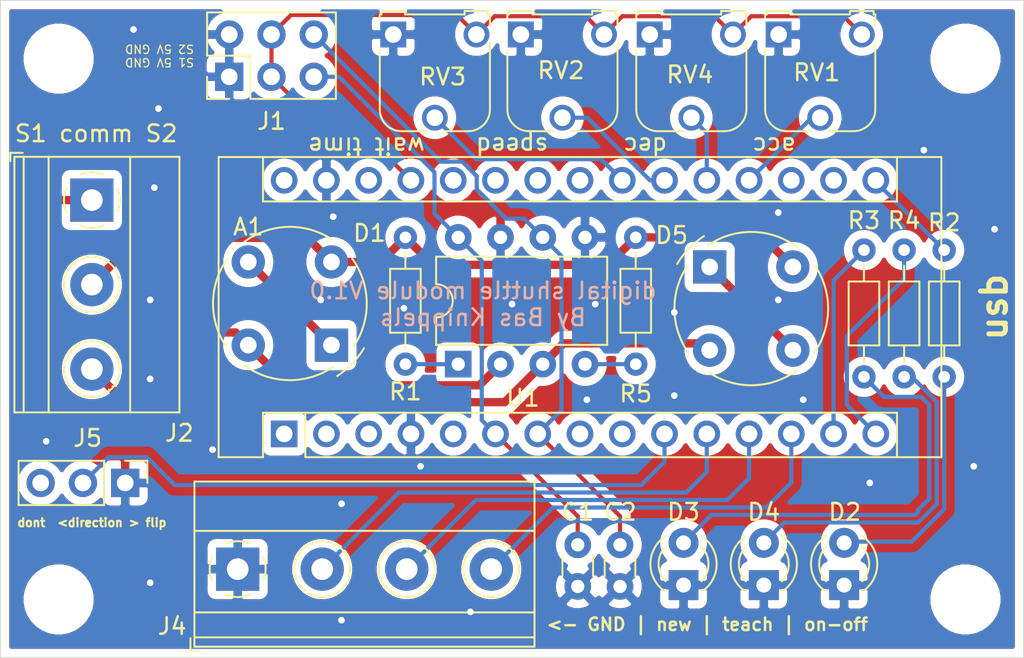
<source format=kicad_pcb>
(kicad_pcb (version 20171130) (host pcbnew "(5.1.6)-1")
  (layers (0 F.Cu signal) (31 B.Cu signal) (34 B.Paste user) (35 F.Paste user) (36 B.SilkS user) (37 F.SilkS user) (38 B.Mask user) (39 F.Mask user) (44 Edge.Cuts user))
  (net 0 "")
  (net 1 GND)
  (net 2 +5V)
  (net 3 /newTrain)
  (net 4 /brake)
  (net 5 /teach)
  (net 6 /speed)
  (net 7 /greenStatus)
  (net 8 /wait)
  (net 9 /yellowStatus)
  (net 10 /redStatus)
  (net 11 "Net-(D1-Pad1)")
  (net 12 "Net-(D1-Pad4)")
  (net 13 "Net-(D2-Pad2)")
  (net 14 "Net-(D3-Pad2)")
  (net 15 "Net-(D4-Pad2)")
  (net 16 "Net-(R1-Pad2)")
  (net 17 /accel)
  (net 18 /ON_OFF)
  (net 19 "Net-(J5-Pad3)")
  (net 20 "Net-(A1-Pad30)")
  (net 21 "Net-(A1-Pad28)")
  (net 22 "Net-(A1-Pad26)")
  (net 23 /direction)
  (net 24 "Net-(A1-Pad25)")
  (net 25 "Net-(A1-Pad9)")
  (net 26 "Net-(A1-Pad24)")
  (net 27 "Net-(A1-Pad8)")
  (net 28 "Net-(A1-Pad23)")
  (net 29 /sensor2)
  (net 30 /sensor1)
  (net 31 "Net-(A1-Pad5)")
  (net 32 "Net-(A1-Pad3)")
  (net 33 "Net-(A1-Pad18)")
  (net 34 "Net-(A1-Pad2)")
  (net 35 "Net-(A1-Pad17)")
  (net 36 "Net-(A1-Pad1)")
  (net 37 "Net-(D1-Pad2)")
  (net 38 "Net-(D5-Pad1)")
  (net 39 "Net-(D5-Pad2)")
  (net 40 "Net-(R5-Pad1)")
  (module Connector_PinHeader_2.54mm:PinHeader_2x03_P2.54mm_Vertical (layer F.Cu) (at 111.252 85.09 90)
    (fp_text reference J1 (at -2.667 2.54) (layer F.SilkS))
    (fp_text value IR)
    (fp_line (start -1.33 6.41) (end 3.87 6.41) (layer F.SilkS) (width 0.12))
    (fp_line (start -1.33 1.27) (end -1.33 6.41) (layer F.SilkS) (width 0.12))
    (fp_line (start 3.87 -1.33) (end 3.87 6.41) (layer F.SilkS) (width 0.12))
    (fp_line (start -1.33 1.27) (end 1.27 1.27) (layer F.SilkS) (width 0.12))
    (fp_line (start 1.27 1.27) (end 1.27 -1.33) (layer F.SilkS) (width 0.12))
    (fp_line (start 1.27 -1.33) (end 3.87 -1.33) (layer F.SilkS) (width 0.12))
    (fp_line (start -1.33 0) (end -1.33 -1.33) (layer F.SilkS) (width 0.12))
    (fp_line (start -1.33 -1.33) (end 0 -1.33) (layer F.SilkS) (width 0.12))
    (pad 6 thru_hole oval (at 2.54 5.08 90) (size 1.7 1.7) (drill 1) (layers *.Cu *.Mask) (net 29 /sensor2))
    (pad 5 thru_hole oval (at 0 5.08 90) (size 1.7 1.7) (drill 1) (layers *.Cu *.Mask) (net 30 /sensor1))
    (pad 4 thru_hole oval (at 2.54 2.54 90) (size 1.7 1.7) (drill 1) (layers *.Cu *.Mask) (net 2 +5V))
    (pad 3 thru_hole oval (at 0 2.54 90) (size 1.7 1.7) (drill 1) (layers *.Cu *.Mask) (net 2 +5V))
    (pad 2 thru_hole oval (at 2.54 0 90) (size 1.7 1.7) (drill 1) (layers *.Cu *.Mask) (net 1 GND))
    (pad 1 thru_hole rect (at 0 0 90) (size 1.7 1.7) (drill 1) (layers *.Cu *.Mask) (net 1 GND))
  )
  (module MountingHole:MountingHole_3.2mm_M3 (layer F.Cu) (at 101 116.5)
    (fp_text reference REF**)
    (fp_text value MountingHole_3.2mm_M3)
    (pad 1 np_thru_hole circle (at 0 0) (size 3.2 3.2) (drill 3.2) (layers *.Cu *.Mask))
  )
  (module MountingHole:MountingHole_3.2mm_M3 (layer F.Cu) (at 101 84)
    (fp_text reference REF**)
    (fp_text value MountingHole_3.2mm_M3)
    (pad 1 np_thru_hole circle (at 0 0) (size 3.2 3.2) (drill 3.2) (layers *.Cu *.Mask))
  )
  (module MountingHole:MountingHole_3.2mm_M3 (layer F.Cu) (at 155.5 84)
    (fp_text reference REF**)
    (fp_text value MountingHole_3.2mm_M3)
    (pad 1 np_thru_hole circle (at 0 0) (size 3.2 3.2) (drill 3.2) (layers *.Cu *.Mask))
  )
  (module MountingHole:MountingHole_3.2mm_M3 (layer F.Cu) (at 155.5 116.5)
    (fp_text reference REF**)
    (fp_text value MountingHole_3.2mm_M3)
    (pad 1 np_thru_hole circle (at 0 0) (size 3.2 3.2) (drill 3.2) (layers *.Cu *.Mask))
  )
  (module Package_DIP:DIP-8_W7.62mm (layer F.Cu) (at 125.016 102.362 90)
    (fp_text reference U1 (at -2.032 3.889 180) (layer F.SilkS))
    (fp_text value PC827)
    (fp_line (start 2.81 -1.33) (end 1.16 -1.33) (layer F.SilkS) (width 0.12))
    (fp_line (start 1.16 -1.33) (end 1.16 8.95) (layer F.SilkS) (width 0.12))
    (fp_line (start 1.16 8.95) (end 6.46 8.95) (layer F.SilkS) (width 0.12))
    (fp_line (start 6.46 8.95) (end 6.46 -1.33) (layer F.SilkS) (width 0.12))
    (fp_line (start 6.46 -1.33) (end 4.81 -1.33) (layer F.SilkS) (width 0.12))
    (fp_arc (start 3.81 -1.33) (end 2.81 -1.33) (angle -180) (layer F.SilkS) (width 0.12))
    (pad 8 thru_hole oval (at 7.62 0 90) (size 1.6 1.6) (drill 0.8) (layers *.Cu *.Mask) (net 30 /sensor1))
    (pad 4 thru_hole oval (at 0 7.62 90) (size 1.6 1.6) (drill 0.8) (layers *.Cu *.Mask) (net 40 "Net-(R5-Pad1)"))
    (pad 7 thru_hole oval (at 7.62 2.54 90) (size 1.6 1.6) (drill 0.8) (layers *.Cu *.Mask) (net 1 GND))
    (pad 3 thru_hole oval (at 0 5.08 90) (size 1.6 1.6) (drill 0.8) (layers *.Cu *.Mask) (net 39 "Net-(D5-Pad2)"))
    (pad 6 thru_hole oval (at 7.62 5.08 90) (size 1.6 1.6) (drill 0.8) (layers *.Cu *.Mask) (net 29 /sensor2))
    (pad 2 thru_hole oval (at 0 2.54 90) (size 1.6 1.6) (drill 0.8) (layers *.Cu *.Mask) (net 12 "Net-(D1-Pad4)"))
    (pad 5 thru_hole oval (at 7.62 7.62 90) (size 1.6 1.6) (drill 0.8) (layers *.Cu *.Mask) (net 1 GND))
    (pad 1 thru_hole rect (at 0 0 90) (size 1.6 1.6) (drill 0.8) (layers *.Cu *.Mask) (net 16 "Net-(R1-Pad2)"))
  )
  (module TerminalBlock_Phoenix:TerminalBlock_Phoenix_MKDS-1,5-4-5.08_1x04_P5.08mm_Horizontal (layer F.Cu) (at 111.76 114.681)
    (fp_text reference J4 (at -3.937 3.429) (layer F.SilkS))
    (fp_text value switches)
    (fp_circle (center 5.08 0) (end 6.76 0) (layer F.SilkS) (width 0.12))
    (fp_circle (center 10.16 0) (end 11.84 0) (layer F.SilkS) (width 0.12))
    (fp_circle (center 15.24 0) (end 16.92 0) (layer F.SilkS) (width 0.12))
    (fp_line (start -2.6 4.1) (end 17.84 4.1) (layer F.SilkS) (width 0.12))
    (fp_line (start -2.6 2.6) (end 17.84 2.6) (layer F.SilkS) (width 0.12))
    (fp_line (start -2.6 -2.301) (end 17.84 -2.301) (layer F.SilkS) (width 0.12))
    (fp_line (start -2.6 -5.261) (end 17.84 -5.261) (layer F.SilkS) (width 0.12))
    (fp_line (start -2.6 4.66) (end 17.84 4.66) (layer F.SilkS) (width 0.12))
    (fp_line (start -2.6 -5.261) (end -2.6 4.66) (layer F.SilkS) (width 0.12))
    (fp_line (start 17.84 -5.261) (end 17.84 4.66) (layer F.SilkS) (width 0.12))
    (fp_line (start 6.355 -1.069) (end 6.308 -1.023) (layer F.SilkS) (width 0.12))
    (fp_line (start 4.046 1.239) (end 4.011 1.274) (layer F.SilkS) (width 0.12))
    (fp_line (start 6.15 -1.275) (end 6.115 -1.239) (layer F.SilkS) (width 0.12))
    (fp_line (start 3.853 1.023) (end 3.806 1.069) (layer F.SilkS) (width 0.12))
    (fp_line (start 11.435 -1.069) (end 11.388 -1.023) (layer F.SilkS) (width 0.12))
    (fp_line (start 9.126 1.239) (end 9.091 1.274) (layer F.SilkS) (width 0.12))
    (fp_line (start 11.23 -1.275) (end 11.195 -1.239) (layer F.SilkS) (width 0.12))
    (fp_line (start 8.933 1.023) (end 8.886 1.069) (layer F.SilkS) (width 0.12))
    (fp_line (start 16.515 -1.069) (end 16.468 -1.023) (layer F.SilkS) (width 0.12))
    (fp_line (start 14.206 1.239) (end 14.171 1.274) (layer F.SilkS) (width 0.12))
    (fp_line (start 16.31 -1.275) (end 16.275 -1.239) (layer F.SilkS) (width 0.12))
    (fp_line (start 14.013 1.023) (end 13.966 1.069) (layer F.SilkS) (width 0.12))
    (fp_line (start -2.84 4.16) (end -2.84 4.9) (layer F.SilkS) (width 0.12))
    (fp_line (start -2.84 4.9) (end -2.34 4.9) (layer F.SilkS) (width 0.12))
    (fp_arc (start 0 0) (end -0.684 1.535) (angle -25) (layer F.SilkS) (width 0.12))
    (fp_arc (start 0 0) (end -1.535 -0.684) (angle -48) (layer F.SilkS) (width 0.12))
    (fp_arc (start 0 0) (end 0.684 -1.535) (angle -48) (layer F.SilkS) (width 0.12))
    (fp_arc (start 0 0) (end 1.535 0.684) (angle -48) (layer F.SilkS) (width 0.12))
    (fp_arc (start 0 0) (end 0 1.68) (angle -24) (layer F.SilkS) (width 0.12))
    (pad 4 thru_hole circle (at 15.24 0) (size 2.6 2.6) (drill 1.3) (layers *.Cu *.Mask) (net 18 /ON_OFF))
    (pad 3 thru_hole circle (at 10.16 0) (size 2.6 2.6) (drill 1.3) (layers *.Cu *.Mask) (net 5 /teach))
    (pad 2 thru_hole circle (at 5.08 0) (size 2.6 2.6) (drill 1.3) (layers *.Cu *.Mask) (net 3 /newTrain))
    (pad 1 thru_hole rect (at 0 0) (size 2.6 2.6) (drill 1.3) (layers *.Cu *.Mask) (net 1 GND))
  )
  (module Potentiometer_THT:Potentiometer_Runtron_RM-065_Vertical (layer F.Cu) (at 136.525 82.55)
    (fp_text reference RV4 (at 2.413 2.413) (layer F.SilkS))
    (fp_text value R_POT)
    (fp_line (start 5.81 -1.21) (end 5.81 -0.52) (layer F.SilkS) (width 0.12))
    (fp_line (start 5.71 -1.21) (end 5.81 -1.21) (layer F.SilkS) (width 0.12))
    (fp_line (start -0.81 -1.21) (end -0.81 -0.96) (layer F.SilkS) (width 0.12))
    (fp_line (start -0.71 -1.21) (end -0.81 -1.21) (layer F.SilkS) (width 0.12))
    (fp_line (start -0.71 -1.41) (end -0.71 -1.21) (layer F.SilkS) (width 0.12))
    (fp_line (start 0.71 -1.21) (end 0.71 -1.41) (layer F.SilkS) (width 0.12))
    (fp_line (start 4.5 5.81) (end 3.01 5.81) (layer F.SilkS) (width 0.12))
    (fp_line (start 5.81 0.52) (end 5.81 4.5) (layer F.SilkS) (width 0.12))
    (fp_line (start -0.81 4.5) (end -0.81 0.96) (layer F.SilkS) (width 0.12))
    (fp_line (start 1.99 5.81) (end 0.5 5.81) (layer F.SilkS) (width 0.12))
    (fp_line (start 5.71 -1.41) (end 5.71 -1.21) (layer F.SilkS) (width 0.12))
    (fp_line (start 4.29 -1.41) (end 5.71 -1.41) (layer F.SilkS) (width 0.12))
    (fp_line (start 4.29 -1.21) (end 4.29 -1.41) (layer F.SilkS) (width 0.12))
    (fp_line (start 0.71 -1.21) (end 4.29 -1.21) (layer F.SilkS) (width 0.12))
    (fp_line (start -0.71 -1.41) (end 0.71 -1.41) (layer F.SilkS) (width 0.12))
    (fp_arc (start 0.5 4.5) (end -0.81 4.5) (angle -90) (layer F.SilkS) (width 0.12))
    (fp_arc (start 4.5 4.5) (end 4.5 5.81) (angle -90) (layer F.SilkS) (width 0.12))
    (pad 2 thru_hole circle (at 2.5 5) (size 1.55 1.55) (drill 1) (layers *.Cu *.Mask) (net 17 /accel))
    (pad 1 thru_hole rect (at 0 0) (size 1.55 1.55) (drill 1) (layers *.Cu *.Mask) (net 1 GND))
    (pad 3 thru_hole circle (at 5 0) (size 1.55 1.55) (drill 1) (layers *.Cu *.Mask) (net 2 +5V))
  )
  (module Potentiometer_THT:Potentiometer_Runtron_RM-065_Vertical (layer F.Cu) (at 121.111 82.55)
    (fp_text reference RV3 (at 2.968 2.54) (layer F.SilkS))
    (fp_text value R_POT)
    (fp_line (start 5.81 -1.21) (end 5.81 -0.52) (layer F.SilkS) (width 0.12))
    (fp_line (start 5.71 -1.21) (end 5.81 -1.21) (layer F.SilkS) (width 0.12))
    (fp_line (start -0.81 -1.21) (end -0.81 -0.96) (layer F.SilkS) (width 0.12))
    (fp_line (start -0.71 -1.21) (end -0.81 -1.21) (layer F.SilkS) (width 0.12))
    (fp_line (start -0.71 -1.41) (end -0.71 -1.21) (layer F.SilkS) (width 0.12))
    (fp_line (start 0.71 -1.21) (end 0.71 -1.41) (layer F.SilkS) (width 0.12))
    (fp_line (start 4.5 5.81) (end 3.01 5.81) (layer F.SilkS) (width 0.12))
    (fp_line (start 5.81 0.52) (end 5.81 4.5) (layer F.SilkS) (width 0.12))
    (fp_line (start -0.81 4.5) (end -0.81 0.96) (layer F.SilkS) (width 0.12))
    (fp_line (start 1.99 5.81) (end 0.5 5.81) (layer F.SilkS) (width 0.12))
    (fp_line (start 5.71 -1.41) (end 5.71 -1.21) (layer F.SilkS) (width 0.12))
    (fp_line (start 4.29 -1.41) (end 5.71 -1.41) (layer F.SilkS) (width 0.12))
    (fp_line (start 4.29 -1.21) (end 4.29 -1.41) (layer F.SilkS) (width 0.12))
    (fp_line (start 0.71 -1.21) (end 4.29 -1.21) (layer F.SilkS) (width 0.12))
    (fp_line (start -0.71 -1.41) (end 0.71 -1.41) (layer F.SilkS) (width 0.12))
    (fp_arc (start 0.5 4.5) (end -0.81 4.5) (angle -90) (layer F.SilkS) (width 0.12))
    (fp_arc (start 4.5 4.5) (end 4.5 5.81) (angle -90) (layer F.SilkS) (width 0.12))
    (pad 2 thru_hole circle (at 2.5 5) (size 1.55 1.55) (drill 1) (layers *.Cu *.Mask) (net 8 /wait))
    (pad 1 thru_hole rect (at 0 0) (size 1.55 1.55) (drill 1) (layers *.Cu *.Mask) (net 1 GND))
    (pad 3 thru_hole circle (at 5 0) (size 1.55 1.55) (drill 1) (layers *.Cu *.Mask) (net 2 +5V))
  )
  (module Potentiometer_THT:Potentiometer_Runtron_RM-065_Vertical (layer F.Cu) (at 128.778 82.55)
    (fp_text reference RV2 (at 2.413 2.159) (layer F.SilkS))
    (fp_text value R_POT)
    (fp_line (start 5.81 -1.21) (end 5.81 -0.52) (layer F.SilkS) (width 0.12))
    (fp_line (start 5.71 -1.21) (end 5.81 -1.21) (layer F.SilkS) (width 0.12))
    (fp_line (start -0.81 -1.21) (end -0.81 -0.96) (layer F.SilkS) (width 0.12))
    (fp_line (start -0.71 -1.21) (end -0.81 -1.21) (layer F.SilkS) (width 0.12))
    (fp_line (start -0.71 -1.41) (end -0.71 -1.21) (layer F.SilkS) (width 0.12))
    (fp_line (start 0.71 -1.21) (end 0.71 -1.41) (layer F.SilkS) (width 0.12))
    (fp_line (start 4.5 5.81) (end 3.01 5.81) (layer F.SilkS) (width 0.12))
    (fp_line (start 5.81 0.52) (end 5.81 4.5) (layer F.SilkS) (width 0.12))
    (fp_line (start -0.81 4.5) (end -0.81 0.96) (layer F.SilkS) (width 0.12))
    (fp_line (start 1.99 5.81) (end 0.5 5.81) (layer F.SilkS) (width 0.12))
    (fp_line (start 5.71 -1.41) (end 5.71 -1.21) (layer F.SilkS) (width 0.12))
    (fp_line (start 4.29 -1.41) (end 5.71 -1.41) (layer F.SilkS) (width 0.12))
    (fp_line (start 4.29 -1.21) (end 4.29 -1.41) (layer F.SilkS) (width 0.12))
    (fp_line (start 0.71 -1.21) (end 4.29 -1.21) (layer F.SilkS) (width 0.12))
    (fp_line (start -0.71 -1.41) (end 0.71 -1.41) (layer F.SilkS) (width 0.12))
    (fp_arc (start 0.5 4.5) (end -0.81 4.5) (angle -90) (layer F.SilkS) (width 0.12))
    (fp_arc (start 4.5 4.5) (end 4.5 5.81) (angle -90) (layer F.SilkS) (width 0.12))
    (pad 2 thru_hole circle (at 2.5 5) (size 1.55 1.55) (drill 1) (layers *.Cu *.Mask) (net 6 /speed))
    (pad 1 thru_hole rect (at 0 0) (size 1.55 1.55) (drill 1) (layers *.Cu *.Mask) (net 1 GND))
    (pad 3 thru_hole circle (at 5 0) (size 1.55 1.55) (drill 1) (layers *.Cu *.Mask) (net 2 +5V))
  )
  (module Potentiometer_THT:Potentiometer_Runtron_RM-065_Vertical (layer F.Cu) (at 144.272 82.55)
    (fp_text reference RV1 (at 2.286 2.286 180) (layer F.SilkS))
    (fp_text value R_POT)
    (fp_line (start 5.81 -1.21) (end 5.81 -0.52) (layer F.SilkS) (width 0.12))
    (fp_line (start 5.71 -1.21) (end 5.81 -1.21) (layer F.SilkS) (width 0.12))
    (fp_line (start -0.81 -1.21) (end -0.81 -0.96) (layer F.SilkS) (width 0.12))
    (fp_line (start -0.71 -1.21) (end -0.81 -1.21) (layer F.SilkS) (width 0.12))
    (fp_line (start -0.71 -1.41) (end -0.71 -1.21) (layer F.SilkS) (width 0.12))
    (fp_line (start 0.71 -1.21) (end 0.71 -1.41) (layer F.SilkS) (width 0.12))
    (fp_line (start 4.5 5.81) (end 3.01 5.81) (layer F.SilkS) (width 0.12))
    (fp_line (start 5.81 0.52) (end 5.81 4.5) (layer F.SilkS) (width 0.12))
    (fp_line (start -0.81 4.5) (end -0.81 0.96) (layer F.SilkS) (width 0.12))
    (fp_line (start 1.99 5.81) (end 0.5 5.81) (layer F.SilkS) (width 0.12))
    (fp_line (start 5.71 -1.41) (end 5.71 -1.21) (layer F.SilkS) (width 0.12))
    (fp_line (start 4.29 -1.41) (end 5.71 -1.41) (layer F.SilkS) (width 0.12))
    (fp_line (start 4.29 -1.21) (end 4.29 -1.41) (layer F.SilkS) (width 0.12))
    (fp_line (start 0.71 -1.21) (end 4.29 -1.21) (layer F.SilkS) (width 0.12))
    (fp_line (start -0.71 -1.41) (end 0.71 -1.41) (layer F.SilkS) (width 0.12))
    (fp_arc (start 0.5 4.5) (end -0.81 4.5) (angle -90) (layer F.SilkS) (width 0.12))
    (fp_arc (start 4.5 4.5) (end 4.5 5.81) (angle -90) (layer F.SilkS) (width 0.12))
    (pad 2 thru_hole circle (at 2.5 5) (size 1.55 1.55) (drill 1) (layers *.Cu *.Mask) (net 4 /brake))
    (pad 1 thru_hole rect (at 0 0) (size 1.55 1.55) (drill 1) (layers *.Cu *.Mask) (net 1 GND))
    (pad 3 thru_hole circle (at 5 0) (size 1.55 1.55) (drill 1) (layers *.Cu *.Mask) (net 2 +5V))
  )
  (module Resistor_THT:R_Axial_DIN0204_L3.6mm_D1.6mm_P7.62mm_Horizontal (layer F.Cu) (at 135.684 102.362 90)
    (fp_text reference R5 (at -1.778 0 180) (layer F.SilkS))
    (fp_text value R)
    (fp_line (start 1.89 -0.92) (end 1.89 0.92) (layer F.SilkS) (width 0.12))
    (fp_line (start 1.89 0.92) (end 5.73 0.92) (layer F.SilkS) (width 0.12))
    (fp_line (start 5.73 0.92) (end 5.73 -0.92) (layer F.SilkS) (width 0.12))
    (fp_line (start 5.73 -0.92) (end 1.89 -0.92) (layer F.SilkS) (width 0.12))
    (fp_line (start 0.94 0) (end 1.89 0) (layer F.SilkS) (width 0.12))
    (fp_line (start 6.68 0) (end 5.73 0) (layer F.SilkS) (width 0.12))
    (pad 2 thru_hole oval (at 7.62 0 90) (size 1.4 1.4) (drill 0.7) (layers *.Cu *.Mask) (net 37 "Net-(D1-Pad2)"))
    (pad 1 thru_hole circle (at 0 0 90) (size 1.4 1.4) (drill 0.7) (layers *.Cu *.Mask) (net 40 "Net-(R5-Pad1)"))
  )
  (module Resistor_THT:R_Axial_DIN0204_L3.6mm_D1.6mm_P7.62mm_Horizontal (layer F.Cu) (at 151.813 95.504 270)
    (fp_text reference R4 (at -1.778 0 180) (layer F.SilkS))
    (fp_text value R)
    (fp_line (start 1.89 -0.92) (end 1.89 0.92) (layer F.SilkS) (width 0.12))
    (fp_line (start 1.89 0.92) (end 5.73 0.92) (layer F.SilkS) (width 0.12))
    (fp_line (start 5.73 0.92) (end 5.73 -0.92) (layer F.SilkS) (width 0.12))
    (fp_line (start 5.73 -0.92) (end 1.89 -0.92) (layer F.SilkS) (width 0.12))
    (fp_line (start 0.94 0) (end 1.89 0) (layer F.SilkS) (width 0.12))
    (fp_line (start 6.68 0) (end 5.73 0) (layer F.SilkS) (width 0.12))
    (pad 2 thru_hole oval (at 7.62 0 270) (size 1.4 1.4) (drill 0.7) (layers *.Cu *.Mask) (net 15 "Net-(D4-Pad2)"))
    (pad 1 thru_hole circle (at 0 0 270) (size 1.4 1.4) (drill 0.7) (layers *.Cu *.Mask) (net 9 /yellowStatus))
  )
  (module Resistor_THT:R_Axial_DIN0204_L3.6mm_D1.6mm_P7.62mm_Horizontal (layer F.Cu) (at 149.4 95.504 270)
    (fp_text reference R3 (at -1.778 0 180) (layer F.SilkS))
    (fp_text value R)
    (fp_line (start 1.89 -0.92) (end 1.89 0.92) (layer F.SilkS) (width 0.12))
    (fp_line (start 1.89 0.92) (end 5.73 0.92) (layer F.SilkS) (width 0.12))
    (fp_line (start 5.73 0.92) (end 5.73 -0.92) (layer F.SilkS) (width 0.12))
    (fp_line (start 5.73 -0.92) (end 1.89 -0.92) (layer F.SilkS) (width 0.12))
    (fp_line (start 0.94 0) (end 1.89 0) (layer F.SilkS) (width 0.12))
    (fp_line (start 6.68 0) (end 5.73 0) (layer F.SilkS) (width 0.12))
    (pad 2 thru_hole oval (at 7.62 0 270) (size 1.4 1.4) (drill 0.7) (layers *.Cu *.Mask) (net 14 "Net-(D3-Pad2)"))
    (pad 1 thru_hole circle (at 0 0 270) (size 1.4 1.4) (drill 0.7) (layers *.Cu *.Mask) (net 7 /greenStatus))
  )
  (module Resistor_THT:R_Axial_DIN0204_L3.6mm_D1.6mm_P7.62mm_Horizontal (layer F.Cu) (at 154.223 95.504 270)
    (fp_text reference R2 (at -1.651 -0.003 180) (layer F.SilkS))
    (fp_text value R)
    (fp_line (start 6.68 0) (end 5.73 0) (layer F.SilkS) (width 0.12))
    (fp_line (start 0.94 0) (end 1.89 0) (layer F.SilkS) (width 0.12))
    (fp_line (start 5.73 -0.92) (end 1.89 -0.92) (layer F.SilkS) (width 0.12))
    (fp_line (start 5.73 0.92) (end 5.73 -0.92) (layer F.SilkS) (width 0.12))
    (fp_line (start 1.89 0.92) (end 5.73 0.92) (layer F.SilkS) (width 0.12))
    (fp_line (start 1.89 -0.92) (end 1.89 0.92) (layer F.SilkS) (width 0.12))
    (pad 1 thru_hole circle (at 0 0 270) (size 1.4 1.4) (drill 0.7) (layers *.Cu *.Mask) (net 10 /redStatus))
    (pad 2 thru_hole oval (at 7.62 0 270) (size 1.4 1.4) (drill 0.7) (layers *.Cu *.Mask) (net 13 "Net-(D2-Pad2)"))
  )
  (module Resistor_THT:R_Axial_DIN0204_L3.6mm_D1.6mm_P7.62mm_Horizontal (layer F.Cu) (at 121.841 94.742 270)
    (fp_text reference R1 (at 9.271 0 180) (layer F.SilkS))
    (fp_text value R)
    (fp_line (start 1.89 -0.92) (end 1.89 0.92) (layer F.SilkS) (width 0.12))
    (fp_line (start 1.89 0.92) (end 5.73 0.92) (layer F.SilkS) (width 0.12))
    (fp_line (start 5.73 0.92) (end 5.73 -0.92) (layer F.SilkS) (width 0.12))
    (fp_line (start 5.73 -0.92) (end 1.89 -0.92) (layer F.SilkS) (width 0.12))
    (fp_line (start 0.94 0) (end 1.89 0) (layer F.SilkS) (width 0.12))
    (fp_line (start 6.68 0) (end 5.73 0) (layer F.SilkS) (width 0.12))
    (pad 2 thru_hole oval (at 7.62 0 270) (size 1.4 1.4) (drill 0.7) (layers *.Cu *.Mask) (net 16 "Net-(R1-Pad2)"))
    (pad 1 thru_hole circle (at 0 0 270) (size 1.4 1.4) (drill 0.7) (layers *.Cu *.Mask) (net 37 "Net-(D1-Pad2)"))
  )
  (module Connector_PinHeader_2.54mm:PinHeader_1x03_P2.54mm_Vertical (layer F.Cu) (at 105 109.5 270)
    (fp_text reference J5 (at -2.693 2.257 180) (layer F.SilkS))
    (fp_text value directionFlip)
    (fp_line (start -1.33 6.41) (end 1.33 6.41) (layer F.SilkS) (width 0.12))
    (fp_line (start -1.33 1.27) (end -1.33 6.41) (layer F.SilkS) (width 0.12))
    (fp_line (start 1.33 1.27) (end 1.33 6.41) (layer F.SilkS) (width 0.12))
    (fp_line (start -1.33 1.27) (end 1.33 1.27) (layer F.SilkS) (width 0.12))
    (fp_line (start -1.33 0) (end -1.33 -1.33) (layer F.SilkS) (width 0.12))
    (fp_line (start -1.33 -1.33) (end 0 -1.33) (layer F.SilkS) (width 0.12))
    (pad 3 thru_hole oval (at 0 5.08 270) (size 1.7 1.7) (drill 1) (layers *.Cu *.Mask) (net 19 "Net-(J5-Pad3)"))
    (pad 2 thru_hole oval (at 0 2.54 270) (size 1.7 1.7) (drill 1) (layers *.Cu *.Mask) (net 23 /direction))
    (pad 1 thru_hole rect (at 0 0 270) (size 1.7 1.7) (drill 1) (layers *.Cu *.Mask) (net 1 GND))
  )
  (module TerminalBlock_Phoenix:TerminalBlock_Phoenix_MKDS-1,5-3-5.08_1x03_P5.08mm_Horizontal (layer F.Cu) (at 102.997 92.5 270)
    (fp_text reference J2 (at 14 -5.253) (layer F.SilkS))
    (fp_text value detectors)
    (fp_circle (center 5.08 0) (end 6.76 0) (layer F.SilkS) (width 0.12))
    (fp_circle (center 10.16 0) (end 11.84 0) (layer F.SilkS) (width 0.12))
    (fp_line (start -2.6 4.1) (end 12.76 4.1) (layer F.SilkS) (width 0.12))
    (fp_line (start -2.6 2.6) (end 12.76 2.6) (layer F.SilkS) (width 0.12))
    (fp_line (start -2.6 -2.301) (end 12.76 -2.301) (layer F.SilkS) (width 0.12))
    (fp_line (start -2.6 -5.261) (end 12.76 -5.261) (layer F.SilkS) (width 0.12))
    (fp_line (start -2.6 4.66) (end 12.76 4.66) (layer F.SilkS) (width 0.12))
    (fp_line (start -2.6 -5.261) (end -2.6 4.66) (layer F.SilkS) (width 0.12))
    (fp_line (start 12.76 -5.261) (end 12.76 4.66) (layer F.SilkS) (width 0.12))
    (fp_line (start 6.355 -1.069) (end 6.308 -1.023) (layer F.SilkS) (width 0.12))
    (fp_line (start 4.046 1.239) (end 4.011 1.274) (layer F.SilkS) (width 0.12))
    (fp_line (start 6.15 -1.275) (end 6.115 -1.239) (layer F.SilkS) (width 0.12))
    (fp_line (start 3.853 1.023) (end 3.806 1.069) (layer F.SilkS) (width 0.12))
    (fp_line (start 11.435 -1.069) (end 11.388 -1.023) (layer F.SilkS) (width 0.12))
    (fp_line (start 9.126 1.239) (end 9.091 1.274) (layer F.SilkS) (width 0.12))
    (fp_line (start 11.23 -1.275) (end 11.195 -1.239) (layer F.SilkS) (width 0.12))
    (fp_line (start 8.933 1.023) (end 8.886 1.069) (layer F.SilkS) (width 0.12))
    (fp_line (start -2.84 4.16) (end -2.84 4.9) (layer F.SilkS) (width 0.12))
    (fp_line (start -2.84 4.9) (end -2.34 4.9) (layer F.SilkS) (width 0.12))
    (fp_arc (start 0 0) (end -0.684 1.535) (angle -25) (layer F.SilkS) (width 0.12))
    (fp_arc (start 0 0) (end -1.535 -0.684) (angle -48) (layer F.SilkS) (width 0.12))
    (fp_arc (start 0 0) (end 0.684 -1.535) (angle -48) (layer F.SilkS) (width 0.12))
    (fp_arc (start 0 0) (end 1.535 0.684) (angle -48) (layer F.SilkS) (width 0.12))
    (fp_arc (start 0 0) (end 0 1.68) (angle -24) (layer F.SilkS) (width 0.12))
    (pad 3 thru_hole circle (at 10.16 0 270) (size 2.6 2.6) (drill 1.3) (layers *.Cu *.Mask) (net 39 "Net-(D5-Pad2)"))
    (pad 2 thru_hole circle (at 5.08 0 270) (size 2.6 2.6) (drill 1.3) (layers *.Cu *.Mask) (net 37 "Net-(D1-Pad2)"))
    (pad 1 thru_hole rect (at 0 0 270) (size 2.6 2.6) (drill 1.3) (layers *.Cu *.Mask) (net 12 "Net-(D1-Pad4)"))
  )
  (module Diode_THT:Diode_Bridge_Round_D9.0mm (layer F.Cu) (at 140.129 96.52)
    (fp_text reference D5 (at -2.286 -1.905) (layer F.SilkS))
    (fp_text value D)
    (fp_arc (start 2.5 2.5) (end -0.1 -1.3) (angle 71.12781967) (layer F.SilkS) (width 0.12))
    (fp_arc (start 2.5 2.5) (end 6.35 -0.05) (angle 69.27189832) (layer F.SilkS) (width 0.12))
    (fp_arc (start 2.5 2.5) (end 5.25 6.2) (angle 69.33515029) (layer F.SilkS) (width 0.12))
    (fp_arc (start 2.5 2.5) (end -1.25 5.2) (angle 69.7860092) (layer F.SilkS) (width 0.12))
    (fp_arc (start 2.5 2.5) (end -0.35 -1.85) (angle -25.7) (layer F.SilkS) (width 0.12))
    (pad 1 thru_hole rect (at 0 0) (size 2 2) (drill 1) (layers *.Cu *.Mask) (net 38 "Net-(D5-Pad1)"))
    (pad 3 thru_hole oval (at 5 5) (size 2 2) (drill 1) (layers *.Cu *.Mask) (net 38 "Net-(D5-Pad1)"))
    (pad 2 thru_hole oval (at 0 5) (size 2 2) (drill 1) (layers *.Cu *.Mask) (net 39 "Net-(D5-Pad2)"))
    (pad 4 thru_hole oval (at 5 0) (size 2 2) (drill 1) (layers *.Cu *.Mask) (net 37 "Net-(D1-Pad2)"))
  )
  (module LED_THT:LED_D3.0mm (layer F.Cu) (at 143.383 115.641 90)
    (fp_text reference D4 (at 4.391 0 180) (layer F.SilkS))
    (fp_text value YEL)
    (fp_line (start -0.29 -1.236) (end -0.29 -1.08) (layer F.SilkS) (width 0.12))
    (fp_line (start -0.29 1.08) (end -0.29 1.236) (layer F.SilkS) (width 0.12))
    (fp_arc (start 1.27 0) (end 0.229039 1.08) (angle -87.9) (layer F.SilkS) (width 0.12))
    (fp_arc (start 1.27 0) (end 0.229039 -1.08) (angle 87.9) (layer F.SilkS) (width 0.12))
    (fp_arc (start 1.27 0) (end -0.29 1.235516) (angle -108.8) (layer F.SilkS) (width 0.12))
    (fp_arc (start 1.27 0) (end -0.29 -1.235516) (angle 108.8) (layer F.SilkS) (width 0.12))
    (pad 2 thru_hole circle (at 2.54 0 90) (size 1.8 1.8) (drill 0.9) (layers *.Cu *.Mask) (net 15 "Net-(D4-Pad2)"))
    (pad 1 thru_hole rect (at 0 0 90) (size 1.8 1.8) (drill 0.9) (layers *.Cu *.Mask) (net 1 GND))
  )
  (module LED_THT:LED_D3.0mm (layer F.Cu) (at 138.557 115.641 90)
    (fp_text reference D3 (at 4.391 0 180) (layer F.SilkS))
    (fp_text value GREEN)
    (fp_line (start -0.29 -1.236) (end -0.29 -1.08) (layer F.SilkS) (width 0.12))
    (fp_line (start -0.29 1.08) (end -0.29 1.236) (layer F.SilkS) (width 0.12))
    (fp_arc (start 1.27 0) (end 0.229039 1.08) (angle -87.9) (layer F.SilkS) (width 0.12))
    (fp_arc (start 1.27 0) (end 0.229039 -1.08) (angle 87.9) (layer F.SilkS) (width 0.12))
    (fp_arc (start 1.27 0) (end -0.29 1.235516) (angle -108.8) (layer F.SilkS) (width 0.12))
    (fp_arc (start 1.27 0) (end -0.29 -1.235516) (angle 108.8) (layer F.SilkS) (width 0.12))
    (pad 2 thru_hole circle (at 2.54 0 90) (size 1.8 1.8) (drill 0.9) (layers *.Cu *.Mask) (net 14 "Net-(D3-Pad2)"))
    (pad 1 thru_hole rect (at 0 0 90) (size 1.8 1.8) (drill 0.9) (layers *.Cu *.Mask) (net 1 GND))
  )
  (module LED_THT:LED_D3.0mm (layer F.Cu) (at 148.209 115.641 90)
    (fp_text reference D2 (at 4.391 0.041 180) (layer F.SilkS))
    (fp_text value RED)
    (fp_line (start -0.29 -1.236) (end -0.29 -1.08) (layer F.SilkS) (width 0.12))
    (fp_line (start -0.29 1.08) (end -0.29 1.236) (layer F.SilkS) (width 0.12))
    (fp_arc (start 1.27 0) (end 0.229039 1.08) (angle -87.9) (layer F.SilkS) (width 0.12))
    (fp_arc (start 1.27 0) (end 0.229039 -1.08) (angle 87.9) (layer F.SilkS) (width 0.12))
    (fp_arc (start 1.27 0) (end -0.29 1.235516) (angle -108.8) (layer F.SilkS) (width 0.12))
    (fp_arc (start 1.27 0) (end -0.29 -1.235516) (angle 108.8) (layer F.SilkS) (width 0.12))
    (pad 2 thru_hole circle (at 2.54 0 90) (size 1.8 1.8) (drill 0.9) (layers *.Cu *.Mask) (net 13 "Net-(D2-Pad2)"))
    (pad 1 thru_hole rect (at 0 0 90) (size 1.8 1.8) (drill 0.9) (layers *.Cu *.Mask) (net 1 GND))
  )
  (module Diode_THT:Diode_Bridge_Round_D9.0mm (layer F.Cu) (at 117.396 101.219 180)
    (fp_text reference D1 (at -2.286 6.731) (layer F.SilkS))
    (fp_text value D)
    (fp_arc (start 2.5 2.5) (end -0.1 -1.3) (angle 71.12781967) (layer F.SilkS) (width 0.12))
    (fp_arc (start 2.5 2.5) (end 6.35 -0.05) (angle 69.27189832) (layer F.SilkS) (width 0.12))
    (fp_arc (start 2.5 2.5) (end 5.25 6.2) (angle 69.33515029) (layer F.SilkS) (width 0.12))
    (fp_arc (start 2.5 2.5) (end -1.25 5.2) (angle 69.7860092) (layer F.SilkS) (width 0.12))
    (fp_arc (start 2.5 2.5) (end -0.35 -1.85) (angle -25.7) (layer F.SilkS) (width 0.12))
    (pad 1 thru_hole rect (at 0 0 180) (size 2 2) (drill 1) (layers *.Cu *.Mask) (net 11 "Net-(D1-Pad1)"))
    (pad 3 thru_hole oval (at 5 5 180) (size 2 2) (drill 1) (layers *.Cu *.Mask) (net 11 "Net-(D1-Pad1)"))
    (pad 2 thru_hole oval (at 0 5 180) (size 2 2) (drill 1) (layers *.Cu *.Mask) (net 37 "Net-(D1-Pad2)"))
    (pad 4 thru_hole oval (at 5 0 180) (size 2 2) (drill 1) (layers *.Cu *.Mask) (net 12 "Net-(D1-Pad4)"))
  )
  (module Capacitor_THT:C_Disc_D3.0mm_W1.6mm_P2.50mm (layer F.Cu) (at 134.739 113.22 270)
    (fp_text reference C2 (at -1.97 -0.011) (layer F.SilkS))
    (fp_text value C)
    (fp_line (start 0.621 -0.92) (end 1.879 -0.92) (layer F.SilkS) (width 0.12))
    (fp_line (start 0.621 0.92) (end 1.879 0.92) (layer F.SilkS) (width 0.12))
    (pad 2 thru_hole circle (at 2.5 0 270) (size 1.6 1.6) (drill 0.8) (layers *.Cu *.Mask) (net 1 GND))
    (pad 1 thru_hole circle (at 0 0 270) (size 1.6 1.6) (drill 0.8) (layers *.Cu *.Mask) (net 29 /sensor2))
  )
  (module Capacitor_THT:C_Disc_D3.0mm_W1.6mm_P2.50mm (layer F.Cu) (at 132.199 113.22 270)
    (fp_text reference C1 (at -1.97 0 180) (layer F.SilkS))
    (fp_text value C)
    (fp_line (start 0.621 -0.92) (end 1.879 -0.92) (layer F.SilkS) (width 0.12))
    (fp_line (start 0.621 0.92) (end 1.879 0.92) (layer F.SilkS) (width 0.12))
    (pad 2 thru_hole circle (at 2.5 0 270) (size 1.6 1.6) (drill 0.8) (layers *.Cu *.Mask) (net 1 GND))
    (pad 1 thru_hole circle (at 0 0 270) (size 1.6 1.6) (drill 0.8) (layers *.Cu *.Mask) (net 30 /sensor1))
  )
  (module Module:Arduino_Nano (layer F.Cu) (at 114.554 106.553 90)
    (fp_text reference A1 (at 12.446 -2.159 180) (layer F.SilkS))
    (fp_text value Arduino_Nano_v2.x)
    (fp_line (start 1.27 1.27) (end 1.27 -1.27) (layer F.SilkS) (width 0.12))
    (fp_line (start 1.27 -1.27) (end -1.4 -1.27) (layer F.SilkS) (width 0.12))
    (fp_line (start -1.4 1.27) (end -1.4 39.5) (layer F.SilkS) (width 0.12))
    (fp_line (start -1.4 -3.94) (end -1.4 -1.27) (layer F.SilkS) (width 0.12))
    (fp_line (start 13.97 -1.27) (end 16.64 -1.27) (layer F.SilkS) (width 0.12))
    (fp_line (start 13.97 -1.27) (end 13.97 36.83) (layer F.SilkS) (width 0.12))
    (fp_line (start 13.97 36.83) (end 16.64 36.83) (layer F.SilkS) (width 0.12))
    (fp_line (start 1.27 1.27) (end -1.4 1.27) (layer F.SilkS) (width 0.12))
    (fp_line (start 1.27 1.27) (end 1.27 36.83) (layer F.SilkS) (width 0.12))
    (fp_line (start 1.27 36.83) (end -1.4 36.83) (layer F.SilkS) (width 0.12))
    (fp_line (start -1.4 39.5) (end 16.64 39.5) (layer F.SilkS) (width 0.12))
    (fp_line (start 16.64 39.5) (end 16.64 -3.94) (layer F.SilkS) (width 0.12))
    (fp_line (start 16.64 -3.94) (end -1.4 -3.94) (layer F.SilkS) (width 0.12))
    (pad 16 thru_hole oval (at 15.24 35.56 90) (size 1.6 1.6) (drill 1) (layers *.Cu *.Mask) (net 10 /redStatus))
    (pad 15 thru_hole oval (at 0 35.56 90) (size 1.6 1.6) (drill 1) (layers *.Cu *.Mask) (net 9 /yellowStatus))
    (pad 30 thru_hole oval (at 15.24 0 90) (size 1.6 1.6) (drill 1) (layers *.Cu *.Mask) (net 20 "Net-(A1-Pad30)"))
    (pad 14 thru_hole oval (at 0 33.02 90) (size 1.6 1.6) (drill 1) (layers *.Cu *.Mask) (net 7 /greenStatus))
    (pad 29 thru_hole oval (at 15.24 2.54 90) (size 1.6 1.6) (drill 1) (layers *.Cu *.Mask) (net 1 GND))
    (pad 13 thru_hole oval (at 0 30.48 90) (size 1.6 1.6) (drill 1) (layers *.Cu *.Mask) (net 18 /ON_OFF))
    (pad 28 thru_hole oval (at 15.24 5.08 90) (size 1.6 1.6) (drill 1) (layers *.Cu *.Mask) (net 21 "Net-(A1-Pad28)"))
    (pad 12 thru_hole oval (at 0 27.94 90) (size 1.6 1.6) (drill 1) (layers *.Cu *.Mask) (net 5 /teach))
    (pad 27 thru_hole oval (at 15.24 7.62 90) (size 1.6 1.6) (drill 1) (layers *.Cu *.Mask) (net 2 +5V))
    (pad 11 thru_hole oval (at 0 25.4 90) (size 1.6 1.6) (drill 1) (layers *.Cu *.Mask) (net 3 /newTrain))
    (pad 26 thru_hole oval (at 15.24 10.16 90) (size 1.6 1.6) (drill 1) (layers *.Cu *.Mask) (net 22 "Net-(A1-Pad26)"))
    (pad 10 thru_hole oval (at 0 22.86 90) (size 1.6 1.6) (drill 1) (layers *.Cu *.Mask) (net 23 /direction))
    (pad 25 thru_hole oval (at 15.24 12.7 90) (size 1.6 1.6) (drill 1) (layers *.Cu *.Mask) (net 24 "Net-(A1-Pad25)"))
    (pad 9 thru_hole oval (at 0 20.32 90) (size 1.6 1.6) (drill 1) (layers *.Cu *.Mask) (net 25 "Net-(A1-Pad9)"))
    (pad 24 thru_hole oval (at 15.24 15.24 90) (size 1.6 1.6) (drill 1) (layers *.Cu *.Mask) (net 26 "Net-(A1-Pad24)"))
    (pad 8 thru_hole oval (at 0 17.78 90) (size 1.6 1.6) (drill 1) (layers *.Cu *.Mask) (net 27 "Net-(A1-Pad8)"))
    (pad 23 thru_hole oval (at 15.24 17.78 90) (size 1.6 1.6) (drill 1) (layers *.Cu *.Mask) (net 28 "Net-(A1-Pad23)"))
    (pad 7 thru_hole oval (at 0 15.24 90) (size 1.6 1.6) (drill 1) (layers *.Cu *.Mask) (net 29 /sensor2))
    (pad 22 thru_hole oval (at 15.24 20.32 90) (size 1.6 1.6) (drill 1) (layers *.Cu *.Mask) (net 8 /wait))
    (pad 6 thru_hole oval (at 0 12.7 90) (size 1.6 1.6) (drill 1) (layers *.Cu *.Mask) (net 30 /sensor1))
    (pad 21 thru_hole oval (at 15.24 22.86 90) (size 1.6 1.6) (drill 1) (layers *.Cu *.Mask) (net 6 /speed))
    (pad 5 thru_hole oval (at 0 10.16 90) (size 1.6 1.6) (drill 1) (layers *.Cu *.Mask) (net 31 "Net-(A1-Pad5)"))
    (pad 20 thru_hole oval (at 15.24 25.4 90) (size 1.6 1.6) (drill 1) (layers *.Cu *.Mask) (net 17 /accel))
    (pad 4 thru_hole oval (at 0 7.62 90) (size 1.6 1.6) (drill 1) (layers *.Cu *.Mask) (net 1 GND))
    (pad 19 thru_hole oval (at 15.24 27.94 90) (size 1.6 1.6) (drill 1) (layers *.Cu *.Mask) (net 4 /brake))
    (pad 3 thru_hole oval (at 0 5.08 90) (size 1.6 1.6) (drill 1) (layers *.Cu *.Mask) (net 32 "Net-(A1-Pad3)"))
    (pad 18 thru_hole oval (at 15.24 30.48 90) (size 1.6 1.6) (drill 1) (layers *.Cu *.Mask) (net 33 "Net-(A1-Pad18)"))
    (pad 2 thru_hole oval (at 0 2.54 90) (size 1.6 1.6) (drill 1) (layers *.Cu *.Mask) (net 34 "Net-(A1-Pad2)"))
    (pad 17 thru_hole oval (at 15.24 33.02 90) (size 1.6 1.6) (drill 1) (layers *.Cu *.Mask) (net 35 "Net-(A1-Pad17)"))
    (pad 1 thru_hole rect (at 0 0 90) (size 1.6 1.6) (drill 1) (layers *.Cu *.Mask) (net 36 "Net-(A1-Pad1)"))
  )
  (gr_text acc (at 144 89.25 180) (layer F.SilkS) (effects (font (size 1 1))))
  (gr_text dec (at 136.25 89.25 180) (layer F.SilkS) (effects (font (size 1 1))))
  (gr_text "wait time" (at 119.5 89.25 180) (layer F.SilkS) (effects (font (size 1 1))))
  (gr_text speed (at 128.25 89.25 180) (layer F.SilkS) (effects (font (size 1 1))))
  (gr_text "digital shuttle module V1.0\nBy Bas Knippels" (at 126.5 98.75) (layer B.SilkS) (effects (font (size 1 1)) (justify mirror)))
  (gr_text "S1 comm S2" (at 103.25 88.5) (layer F.SilkS) (effects (font (size 1 1))))
  (gr_text "S1 5V GND\nS2 5V GND" (at 107.061 83.82 180) (layer F.SilkS) (effects (font (size 0.5 0.5) (thickness 0.075))))
  (gr_text "dont  <direction > flip" (at 103 111.887) (layer F.SilkS) (effects (font (size 0.5 0.5) (thickness 0.125))))
  (gr_text "<- GND | new | teach | on-off" (at 130.25 118) (layer F.SilkS) (effects (font (size 0.75 0.75)) (justify left)))
  (gr_line (start 97.5 80.5) (end 159 80.5) (layer Edge.Cuts) (width 0.05))
  (gr_line (start 97.5 120) (end 97.5 80.5) (layer Edge.Cuts) (width 0.05))
  (gr_line (start 159 120) (end 97.5 120) (layer Edge.Cuts) (width 0.05))
  (gr_line (start 159 80.5) (end 159 120) (layer Edge.Cuts) (width 0.05))
  (gr_text usb (at 157.226 98.933 90) (layer F.SilkS) (effects (font (size 1.5 1.5) (thickness 0.3))))
  (via (at 105.5 82.25) (size 0.8) (drill 0.4) (layers F.Cu B.Cu) (net 1))
  (via (at 107 87) (size 0.8) (drill 0.4) (layers F.Cu B.Cu) (net 1))
  (via (at 106.75 91.75) (size 0.8) (drill 0.4) (layers F.Cu B.Cu) (net 1))
  (via (at 106.5 98.5) (size 0.8) (drill 0.4) (layers F.Cu B.Cu) (net 1))
  (via (at 106.5 103.25) (size 0.8) (drill 0.4) (layers F.Cu B.Cu) (net 1))
  (via (at 116.75 98.5) (size 0.8) (drill 0.4) (layers F.Cu B.Cu) (net 1))
  (via (at 117.5 93.5) (size 0.8) (drill 0.4) (layers F.Cu B.Cu) (net 1))
  (via (at 121.75 99) (size 0.8) (drill 0.4) (layers F.Cu B.Cu) (net 1))
  (via (at 128.25 98.75) (size 0.8) (drill 0.4) (layers F.Cu B.Cu) (net 1))
  (via (at 133.25 98.75) (size 0.8) (drill 0.4) (layers F.Cu B.Cu) (net 1))
  (via (at 138 99.25) (size 0.8) (drill 0.4) (layers F.Cu B.Cu) (net 1))
  (via (at 144.25 98.5) (size 0.8) (drill 0.4) (layers F.Cu B.Cu) (net 1))
  (via (at 144.25 93.25) (size 0.8) (drill 0.4) (layers F.Cu B.Cu) (net 1))
  (via (at 153 89.5) (size 0.8) (drill 0.4) (layers F.Cu B.Cu) (net 1))
  (via (at 157.25 94.25) (size 0.8) (drill 0.4) (layers F.Cu B.Cu) (net 1))
  (via (at 156 108.5) (size 0.8) (drill 0.4) (layers F.Cu B.Cu) (net 1))
  (via (at 149.75 109.5) (size 0.8) (drill 0.4) (layers F.Cu B.Cu) (net 1))
  (via (at 145.75 104.5) (size 0.8) (drill 0.4) (layers F.Cu B.Cu) (net 1))
  (via (at 138 104.25) (size 0.8) (drill 0.4) (layers F.Cu B.Cu) (net 1))
  (via (at 125.75 117.25) (size 0.8) (drill 0.4) (layers F.Cu B.Cu) (net 1))
  (via (at 118 117.75) (size 0.8) (drill 0.4) (layers F.Cu B.Cu) (net 1))
  (via (at 118 110.75) (size 0.8) (drill 0.4) (layers F.Cu B.Cu) (net 1))
  (via (at 110.25 107.5) (size 0.8) (drill 0.4) (layers F.Cu B.Cu) (net 1))
  (via (at 106.5 115.5) (size 0.8) (drill 0.4) (layers F.Cu B.Cu) (net 1))
  (via (at 100.25 107) (size 0.8) (drill 0.4) (layers F.Cu B.Cu) (net 1))
  (via (at 122.75 108.5) (size 0.8) (drill 0.4) (layers F.Cu B.Cu) (net 1))
  (via (at 132.75 104.5) (size 0.8) (drill 0.4) (layers F.Cu B.Cu) (net 1))
  (segment (start 142.625001 81.449999) (end 141.525 82.55) (width 0.25) (layer F.Cu) (net 2))
  (segment (start 148.171999 81.449999) (end 142.625001 81.449999) (width 0.25) (layer F.Cu) (net 2))
  (segment (start 149.272 82.55) (end 148.171999 81.449999) (width 0.25) (layer F.Cu) (net 2))
  (segment (start 134.878001 81.449999) (end 133.778 82.55) (width 0.25) (layer F.Cu) (net 2))
  (segment (start 140.424999 81.449999) (end 134.878001 81.449999) (width 0.25) (layer F.Cu) (net 2))
  (segment (start 141.525 82.55) (end 140.424999 81.449999) (width 0.25) (layer F.Cu) (net 2))
  (segment (start 127.211001 81.449999) (end 126.111 82.55) (width 0.25) (layer F.Cu) (net 2))
  (segment (start 132.677999 81.449999) (end 127.211001 81.449999) (width 0.25) (layer F.Cu) (net 2))
  (segment (start 133.778 82.55) (end 132.677999 81.449999) (width 0.25) (layer F.Cu) (net 2))
  (segment (start 126.111 82.55) (end 125.010999 81.449999) (width 0.25) (layer F.Cu) (net 2))
  (segment (start 120.396 89.535) (end 122.174 91.313) (width 0.25) (layer F.Cu) (net 2))
  (segment (start 114.967001 81.374999) (end 113.792 82.55) (width 0.25) (layer F.Cu) (net 2))
  (segment (start 122.268999 81.374999) (end 114.967001 81.374999) (width 0.25) (layer F.Cu) (net 2))
  (segment (start 122.343999 81.449999) (end 122.268999 81.374999) (width 0.25) (layer F.Cu) (net 2))
  (segment (start 125.010999 81.449999) (end 122.343999 81.449999) (width 0.25) (layer F.Cu) (net 2))
  (segment (start 113.792 82.55) (end 113.792 85.09) (width 0.25) (layer F.Cu) (net 2))
  (segment (start 118.237 89.535) (end 118.618 89.535) (width 0.25) (layer F.Cu) (net 2))
  (segment (start 113.792 85.09) (end 118.237 89.535) (width 0.25) (layer F.Cu) (net 2))
  (segment (start 118.491 89.535) (end 118.618 89.535) (width 0.25) (layer F.Cu) (net 2))
  (segment (start 118.618 89.535) (end 120.396 89.535) (width 0.25) (layer F.Cu) (net 2))
  (segment (start 116.84 114.681) (end 121.445041 110.075959) (width 0.25) (layer B.Cu) (net 3))
  (segment (start 121.445041 110.075959) (end 138.717041 110.075959) (width 0.25) (layer B.Cu) (net 3))
  (segment (start 139.954 108.839) (end 139.954 106.553) (width 0.25) (layer B.Cu) (net 3))
  (segment (start 138.717041 110.075959) (end 139.954 108.839) (width 0.25) (layer B.Cu) (net 3))
  (segment (start 146.257 87.55) (end 146.772 87.55) (width 0.25) (layer B.Cu) (net 4))
  (segment (start 142.494 91.313) (end 146.257 87.55) (width 0.25) (layer B.Cu) (net 4))
  (segment (start 121.92 114.681) (end 126.075031 110.525969) (width 0.25) (layer B.Cu) (net 5))
  (segment (start 126.075031 110.525969) (end 141.188031 110.525969) (width 0.25) (layer B.Cu) (net 5))
  (segment (start 142.494 109.22) (end 142.494 106.553) (width 0.25) (layer B.Cu) (net 5))
  (segment (start 141.188031 110.525969) (end 142.494 109.22) (width 0.25) (layer B.Cu) (net 5))
  (segment (start 136.539002 91.313) (end 137.414 91.313) (width 0.25) (layer B.Cu) (net 6))
  (segment (start 132.776002 87.55) (end 136.539002 91.313) (width 0.25) (layer B.Cu) (net 6))
  (segment (start 131.278 87.55) (end 132.776002 87.55) (width 0.25) (layer B.Cu) (net 6))
  (segment (start 147.574 97.33) (end 149.4 95.504) (width 0.25) (layer B.Cu) (net 7))
  (segment (start 147.574 106.553) (end 147.574 97.33) (width 0.25) (layer B.Cu) (net 7))
  (segment (start 123.611 87.55) (end 126.104 90.043) (width 0.25) (layer B.Cu) (net 8))
  (segment (start 133.604 90.043) (end 134.874 91.313) (width 0.25) (layer B.Cu) (net 8))
  (segment (start 126.104 90.043) (end 133.604 90.043) (width 0.25) (layer B.Cu) (net 8))
  (segment (start 148.374999 104.813999) (end 148.374999 100.672001) (width 0.25) (layer B.Cu) (net 9))
  (segment (start 150.114 106.553) (end 148.374999 104.813999) (width 0.25) (layer B.Cu) (net 9))
  (segment (start 151.813 97.234) (end 151.813 95.504) (width 0.25) (layer B.Cu) (net 9))
  (segment (start 148.374999 100.672001) (end 151.813 97.234) (width 0.25) (layer B.Cu) (net 9))
  (segment (start 150.114 91.395) (end 150.114 91.313) (width 0.25) (layer B.Cu) (net 10))
  (segment (start 154.223 95.504) (end 150.114 91.395) (width 0.25) (layer B.Cu) (net 10))
  (segment (start 112.396 96.219) (end 117.396 101.219) (width 0.5) (layer F.Cu) (net 11))
  (segment (start 127.556 102.362) (end 126.286 103.632) (width 0.5) (layer F.Cu) (net 12))
  (segment (start 114.809 103.632) (end 112.396 101.219) (width 0.5) (layer F.Cu) (net 12))
  (segment (start 126.286 103.632) (end 114.809 103.632) (width 0.5) (layer F.Cu) (net 12))
  (segment (start 102.997 92.5) (end 101.048 92.5) (width 0.5) (layer F.Cu) (net 12))
  (segment (start 102.87 100.457) (end 111.634 100.457) (width 0.5) (layer F.Cu) (net 12))
  (segment (start 111.634 100.457) (end 112.396 101.219) (width 0.5) (layer F.Cu) (net 12))
  (segment (start 101.048 92.5) (end 100.457 93.091) (width 0.5) (layer F.Cu) (net 12))
  (segment (start 100.457 93.091) (end 100.457 98.044) (width 0.5) (layer F.Cu) (net 12))
  (segment (start 100.457 98.044) (end 102.87 100.457) (width 0.5) (layer F.Cu) (net 12))
  (segment (start 148.209 113.101) (end 148.209 113.03) (width 0.25) (layer B.Cu) (net 13))
  (segment (start 148.209 113.03) (end 152.273 113.03) (width 0.25) (layer B.Cu) (net 13))
  (segment (start 154.223 111.08) (end 154.223 103.124) (width 0.25) (layer B.Cu) (net 13))
  (segment (start 152.273 113.03) (end 154.223 111.08) (width 0.25) (layer B.Cu) (net 13))
  (segment (start 149.4 103.124) (end 150.607205 104.331205) (width 0.25) (layer B.Cu) (net 14))
  (segment (start 152.843795 104.331205) (end 153.32298 104.81039) (width 0.25) (layer B.Cu) (net 14))
  (segment (start 150.607205 104.331205) (end 152.843795 104.331205) (width 0.25) (layer B.Cu) (net 14))
  (segment (start 153.32298 104.81039) (end 153.32298 110.45602) (width 0.25) (layer B.Cu) (net 14))
  (segment (start 152.654 111.125) (end 152.654 111.25059) (width 0.25) (layer B.Cu) (net 14))
  (segment (start 153.32298 110.45602) (end 152.654 111.125) (width 0.25) (layer B.Cu) (net 14))
  (segment (start 152.478601 111.425989) (end 140.232011 111.425989) (width 0.25) (layer B.Cu) (net 14))
  (segment (start 140.232011 111.425989) (end 138.557 113.101) (width 0.25) (layer B.Cu) (net 14))
  (segment (start 152.654 111.25059) (end 152.478601 111.425989) (width 0.25) (layer B.Cu) (net 14))
  (segment (start 152.273 103.124) (end 151.813 103.124) (width 0.25) (layer B.Cu) (net 15))
  (segment (start 144.608001 111.875999) (end 152.665001 111.875999) (width 0.25) (layer B.Cu) (net 15))
  (segment (start 143.383 113.101) (end 144.608001 111.875999) (width 0.25) (layer B.Cu) (net 15))
  (segment (start 152.665001 111.875999) (end 153.77299 110.76801) (width 0.25) (layer B.Cu) (net 15))
  (segment (start 153.77299 110.76801) (end 153.77299 104.62399) (width 0.25) (layer B.Cu) (net 15))
  (segment (start 153.77299 104.62399) (end 152.273 103.124) (width 0.25) (layer B.Cu) (net 15))
  (segment (start 125.016 102.362) (end 121.841 102.362) (width 0.25) (layer B.Cu) (net 16))
  (segment (start 139.954 88.479) (end 139.025 87.55) (width 0.25) (layer B.Cu) (net 17))
  (segment (start 139.954 91.313) (end 139.954 88.479) (width 0.25) (layer B.Cu) (net 17))
  (segment (start 127 114.681) (end 130.705021 110.975979) (width 0.25) (layer B.Cu) (net 18))
  (segment (start 130.705021 110.975979) (end 143.532021 110.975979) (width 0.25) (layer B.Cu) (net 18))
  (segment (start 145.034 109.474) (end 145.034 106.553) (width 0.25) (layer B.Cu) (net 18))
  (segment (start 143.532021 110.975979) (end 145.034 109.474) (width 0.25) (layer B.Cu) (net 18))
  (segment (start 137.414 106.553) (end 137.414 108.228949) (width 0.25) (layer B.Cu) (net 23))
  (segment (start 137.414 108.228949) (end 136.017 109.625949) (width 0.25) (layer B.Cu) (net 23))
  (segment (start 136.017 109.625949) (end 107.974949 109.625949) (width 0.25) (layer B.Cu) (net 23))
  (segment (start 107.974949 109.625949) (end 106.299 107.95) (width 0.25) (layer B.Cu) (net 23))
  (segment (start 104.01 107.95) (end 102.46 109.5) (width 0.25) (layer B.Cu) (net 23))
  (segment (start 106.299 107.95) (end 104.01 107.95) (width 0.25) (layer B.Cu) (net 23))
  (segment (start 134.739 111.498) (end 129.794 106.553) (width 0.25) (layer F.Cu) (net 29))
  (segment (start 134.739 113.22) (end 134.739 111.498) (width 0.25) (layer F.Cu) (net 29))
  (segment (start 131.221001 105.125999) (end 129.794 106.553) (width 0.25) (layer B.Cu) (net 29))
  (segment (start 131.221001 95.867001) (end 131.221001 105.125999) (width 0.25) (layer B.Cu) (net 29))
  (segment (start 130.096 94.742) (end 131.221001 95.867001) (width 0.25) (layer B.Cu) (net 29))
  (segment (start 128.970999 93.616999) (end 130.096 94.742) (width 0.25) (layer B.Cu) (net 29))
  (segment (start 126.128999 91.853001) (end 127.892997 93.616999) (width 0.25) (layer B.Cu) (net 29))
  (segment (start 127.892997 93.616999) (end 128.970999 93.616999) (width 0.25) (layer B.Cu) (net 29))
  (segment (start 126.128999 91.062997) (end 126.128999 91.853001) (width 0.25) (layer B.Cu) (net 29))
  (segment (start 125.254001 90.187999) (end 126.128999 91.062997) (width 0.25) (layer B.Cu) (net 29))
  (segment (start 123.969999 90.187999) (end 124.442001 90.187999) (width 0.25) (layer B.Cu) (net 29))
  (segment (start 116.332 82.55) (end 123.969999 90.187999) (width 0.25) (layer B.Cu) (net 29))
  (segment (start 124.223999 90.187999) (end 124.442001 90.187999) (width 0.25) (layer B.Cu) (net 29))
  (segment (start 124.442001 90.187999) (end 125.254001 90.187999) (width 0.25) (layer B.Cu) (net 29))
  (segment (start 132.199 111.498) (end 131.8895 111.1885) (width 0.25) (layer F.Cu) (net 30))
  (segment (start 132.199 113.22) (end 132.199 111.498) (width 0.25) (layer F.Cu) (net 30))
  (segment (start 127.254 106.553) (end 131.8895 111.1885) (width 0.25) (layer F.Cu) (net 30))
  (segment (start 126.430999 96.156999) (end 125.016 94.742) (width 0.25) (layer B.Cu) (net 30))
  (segment (start 126.430999 105.729999) (end 126.430999 96.156999) (width 0.25) (layer B.Cu) (net 30))
  (segment (start 127.254 106.553) (end 126.430999 105.729999) (width 0.25) (layer B.Cu) (net 30))
  (segment (start 123.588999 93.314999) (end 125.016 94.742) (width 0.25) (layer B.Cu) (net 30))
  (segment (start 123.588999 90.822999) (end 123.588999 93.314999) (width 0.25) (layer B.Cu) (net 30))
  (segment (start 117.856 85.09) (end 123.588999 90.822999) (width 0.25) (layer B.Cu) (net 30))
  (segment (start 116.332 85.09) (end 117.856 85.09) (width 0.25) (layer B.Cu) (net 30))
  (segment (start 120.364 96.219) (end 121.841 94.742) (width 0.5) (layer F.Cu) (net 37))
  (segment (start 117.396 96.219) (end 120.364 96.219) (width 0.5) (layer F.Cu) (net 37))
  (segment (start 121.841 94.742) (end 123.492 96.393) (width 0.5) (layer F.Cu) (net 37))
  (segment (start 134.033 96.393) (end 135.684 94.742) (width 0.5) (layer F.Cu) (net 37))
  (segment (start 123.492 96.393) (end 134.033 96.393) (width 0.5) (layer F.Cu) (net 37))
  (segment (start 143.351 94.742) (end 145.129 96.52) (width 0.5) (layer F.Cu) (net 37))
  (segment (start 135.684 94.742) (end 143.351 94.742) (width 0.5) (layer F.Cu) (net 37))
  (segment (start 115.945999 94.768999) (end 105.808001 94.768999) (width 0.5) (layer F.Cu) (net 37))
  (segment (start 105.808001 94.768999) (end 102.997 97.58) (width 0.5) (layer F.Cu) (net 37))
  (segment (start 117.396 96.219) (end 115.945999 94.768999) (width 0.5) (layer F.Cu) (net 37))
  (segment (start 140.129 96.52) (end 145.129 101.52) (width 0.5) (layer F.Cu) (net 38))
  (segment (start 127.81 104.648) (end 130.096 102.362) (width 0.5) (layer F.Cu) (net 39))
  (segment (start 102.997 102.66) (end 104.985 104.648) (width 0.5) (layer F.Cu) (net 39))
  (segment (start 104.985 104.648) (end 127.81 104.648) (width 0.5) (layer F.Cu) (net 39))
  (segment (start 139.720999 101.111999) (end 140.129 101.52) (width 0.5) (layer F.Cu) (net 39))
  (segment (start 131.346001 101.111999) (end 139.720999 101.111999) (width 0.5) (layer F.Cu) (net 39))
  (segment (start 130.096 102.362) (end 131.346001 101.111999) (width 0.5) (layer F.Cu) (net 39))
  (segment (start 132.636 102.362) (end 135.684 102.362) (width 0.25) (layer B.Cu) (net 40))
  (zone (net 1) (net_name GND) (layer F.Cu) (connect_pads (clearance 0.508)) (min_thickness 0.254) (fill yes (arc_segments 32) (thermal_gap 0.508) (thermal_bridge_width 0.508))
    (polygon (pts (xy 158.75 119.75) (xy 97.75 119.75) (xy 97.75 80.75) (xy 158.75 80.75)))
  )
  (zone (net 1) (net_name GND) (layer B.Cu) (connect_pads (clearance 0.508)) (min_thickness 0.254) (fill yes (arc_segments 32) (thermal_gap 0.508) (thermal_bridge_width 0.508))
    (polygon (pts (xy 158.75 119.75) (xy 97.75 119.75) (xy 97.75 80.75) (xy 158.75 80.75)))
  )
)
</source>
